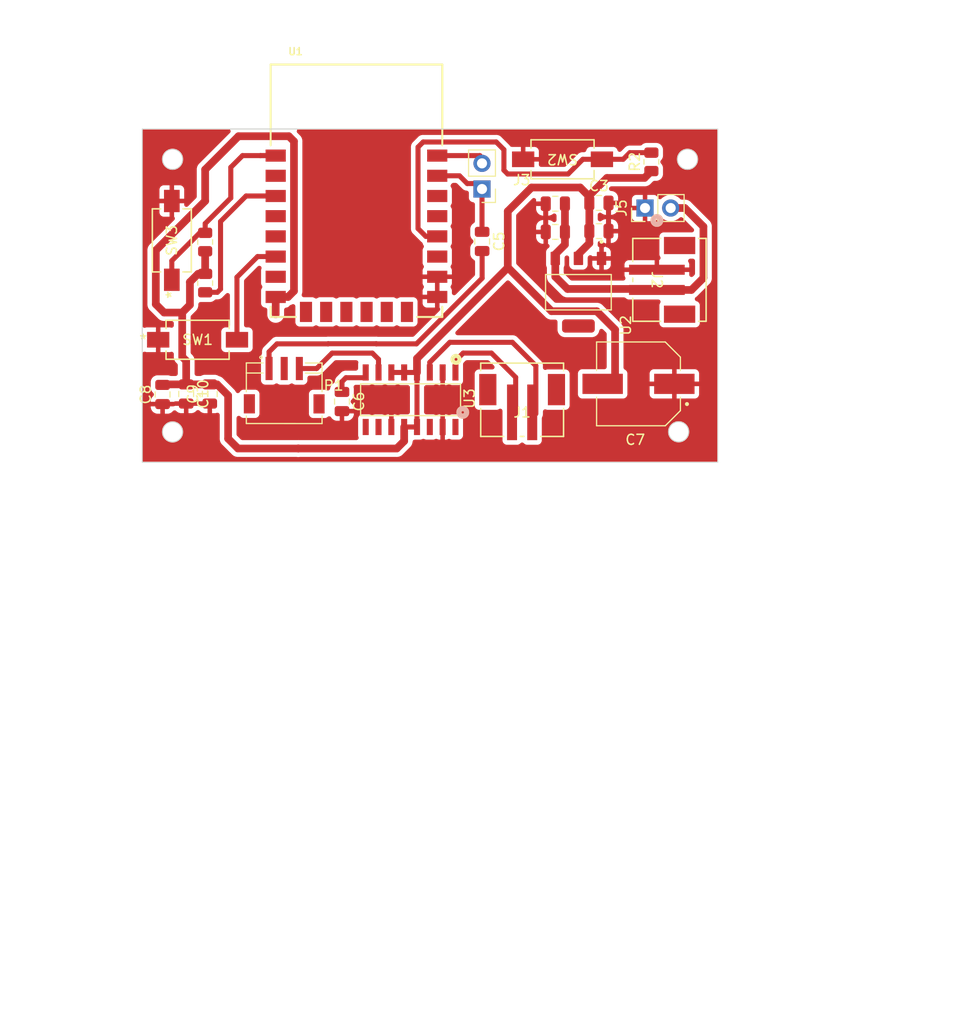
<source format=kicad_pcb>
(kicad_pcb (version 20221018) (generator pcbnew)
  (layers (0 "F.Cu" signal) (31 "B.Cu" signal) (34 "B.Paste" user) (35 "F.Paste" user) (36 "B.SilkS" user "B.Silkscreen") (37 "F.SilkS" user "F.Silkscreen") (38 "B.Mask" user) (39 "F.Mask" user) (44 "Edge.Cuts" user))
  (net 0 "")
  (net 1 "GND")
  (net 2 "VCC")
  (net 3 "/INL")
  (net 4 "Net-(J3-Pin_2)")
  (net 5 "/boot")
  (net 6 "Net-(U1-EN)")
  (net 14 "/VIN")
  (net 15 "Net-(C5-Pad2)")
  (net 16 "/RST")
  (net 17 "Net-(U3-VREF)")
  (net 18 "Net-(U3-+OUT_L)")
  (net 19 "Net-(U3--OUT_L)")
  (net 20 "Net-(U3-INL)")
  (net 25 "unconnected-(U1-GPIO4-Pad19)")
  (net 30 "Net-(U1-GPIO12)")
  (footprint "esp_lib:PAM8403" (layer "F.Cu") (at 66.5734 51.811203 -90)
    (fp_text reference "U3" (at -0.12511 -5.83978 90) (layer "F.SilkS") (effects (font (size 1.000819 1.000819))))
    (fp_text value "PAM8403DR" hide)
    (fp_line (start -1.575 -4.95) (end -1.575 4.95) (stroke (width 0.127)) (layer "F.SilkS"))
    (fp_line (start -1.575 4.95) (end 1.575 4.95) (stroke (width 0.127)) (layer "F.SilkS"))
    (fp_line (start 1.575 -4.95) (end -1.575 -4.95) (stroke (width 0.127)) (layer "F.SilkS"))
    (fp_line (start 1.575 4.95) (end 1.575 -4.95) (stroke (width 0.127)) (layer "F.SilkS"))
    (fp_circle (center -4 -4.5) (end -3.858581 -4.5) (stroke (width 0.4064)) (fill none) (layer "F.SilkS"))
    (pad "1" smd rect (at -2.7 -4.445 270) (size 1.6 0.6) (layers "F.Cu" "F.Paste" "F.Mask") (net 18 "Net-(U3-+OUT_L)"))
    (pad "2" smd rect (at -2.7 -3.175 270) (size 1.6 0.6) (layers "F.Cu" "F.Paste" "F.Mask") (net 1 "GND"))
    (pad "3" smd rect (at -2.7 -1.905 270) (size 1.6 0.6) (layers "F.Cu" "F.Paste" "F.Mask") (net 19 "Net-(U3--OUT_L)"))
    (pad "4" smd rect (at -2.7 -0.635 270) (size 1.6 0.6) (layers "F.Cu" "F.Paste" "F.Mask") (net 2 "VCC"))
    (pad "5" smd rect (at -2.7 0.635 270) (size 1.6 0.6) (layers "F.Cu" "F.Paste" "F.Mask") (net 2 "VCC"))
    (pad "6" smd rect (at -2.7 1.905 270) (size 1.6 0.6) (layers "F.Cu" "F.Paste" "F.Mask") (net 2 "VCC"))
    (pad "7" smd rect (at -2.7 3.175 270) (size 1.6 0.6) (layers "F.Cu" "F.Paste" "F.Mask") (net 20 "Net-(U3-INL)"))
    (pad "8" smd rect (at -2.7 4.445 270) (size 1.6 0.6) (layers "F.Cu" "F.Paste" "F.Mask") (net 17 "Net-(U3-VREF)"))
    (pad "9" smd rect (at 2.7 4.445 270) (size 1.6 0.6) (layers "F.Cu" "F.Paste" "F.Mask"))
    (pad "10" smd rect (at 2.7 3.175 270) (size 1.6 0.6) (layers "F.Cu" "F.Paste" "F.Mask"))
    (pad "11" smd rect (at 2.7 1.905 270) (size 1.6 0.6) (layers "F.Cu" "F.Paste" "F.Mask") (net 1 "GND"))
    (pad "12" smd rect (at 2.7 0.635 270) (size 1.6 0.6) (layers "F.Cu" "F.Paste" "F.Mask") (net 2 "VCC"))
    (pad "13" smd rect (at 2.7 -0.635 270) (size 1.6 0.6) (layers "F.Cu" "F.Paste" "F.Mask") (net 2 "VCC"))
    (pad "14" smd rect (at 2.7 -1.905 270) (size 1.6 0.6) (layers "F.Cu" "F.Paste" "F.Mask"))
    (pad "15" smd rect (at 2.7 -3.175 270) (size 1.6 0.6) (layers "F.Cu" "F.Paste" "F.Mask") (net 1 "GND"))
    (pad "16" smd rect (at 2.7 -4.445 270) (size 1.6 0.6) (layers "F.Cu" "F.Paste" "F.Mask"))
  )
  (footprint "Capacitor_SMD:C_0805_2012Metric" (layer "F.Cu") (at 80.9098 32.4015)
    (fp_text reference "C2" hide)
    (fp_text value "10u")
    (fp_line (start -0.261252 -0.735) (end 0.261252 -0.735) (stroke (width 0.12)) (layer "F.SilkS"))
    (fp_line (start -0.261252 0.735) (end 0.261252 0.735) (stroke (width 0.12)) (layer "F.SilkS"))
    (pad "1" smd roundrect (at -0.95 0) (size 1 1.45) (layers "F.Cu" "F.Paste" "F.Mask") (net 1 "GND"))
    (pad "2" smd roundrect (at 0.95 0) (size 1 1.45) (layers "F.Cu" "F.Paste" "F.Mask") (net 14 "/VIN"))
  )
  (footprint "esp_lib:B2B-PH-SM4-TBLFSN_JST" (layer "F.Cu") (at 77.6224 51.816)
    (fp_text reference "J1" (at 0 1.244801 unlocked) (layer "F.SilkS"))
    (fp_text value "B2B-PH-SM4-TBLFSN")
    (fp_circle (center -5.8801 1.244801) (end -5.4991 1.244801) (stroke (width 0.508)) (fill none) (layer "B.SilkS"))
    (fp_line (start -4.1021 -3.6322) (end -4.1021 -2.88734) (stroke (width 0.1524)) (layer "F.SilkS"))
    (fp_line (start -4.1021 0.87694) (end -4.1021 3.6322) (stroke (width 0.1524)) (layer "F.SilkS"))
    (fp_line (start -4.1021 3.6322) (end -1.828041 3.6322) (stroke (width 0.1524)) (layer "F.SilkS"))
    (fp_line (start -0.171961 3.6322) (end 0.171961 3.6322) (stroke (width 0.1524)) (layer "F.SilkS"))
    (fp_line (start 1.828041 3.6322) (end 4.1021 3.6322) (stroke (width 0.1524)) (layer "F.SilkS"))
    (fp_line (start 4.1021 -3.6322) (end -4.1021 -3.6322) (stroke (width 0.1524)) (layer "F.SilkS"))
    (fp_line (start 4.1021 -2.88734) (end 4.1021 -3.6322) (stroke (width 0.1524)) (layer "F.SilkS"))
    (fp_line (start 4.1021 3.6322) (end 4.1021 0.87694) (stroke (width 0.1524)) (layer "F.SilkS"))
    (fp_circle (center -5.8801 1.244801) (end -5.4991 1.244801) (stroke (width 0.508)) (fill none) (layer "F.SilkS"))
    (pad "1" smd rect (at -1.000001 1.244801) (size 0.9906 5.5118) (layers "F.Cu" "F.Paste" "F.Mask") (net 18 "Net-(U3-+OUT_L)"))
    (pad "2" smd rect (at 1.000001 1.244801) (size 0.9906 5.5118) (layers "F.Cu" "F.Paste" "F.Mask") (net 19 "Net-(U3--OUT_L)"))
    (pad "3" smd rect (at -3.399998 -1.0052 90) (size 3.0988 1.7018) (layers "F.Cu" "F.Paste" "F.Mask"))
    (pad "4" smd rect (at 3.399998 -1.0052 90) (size 3.0988 1.7018) (layers "F.Cu" "F.Paste" "F.Mask"))
  )
  (footprint "esp_lib:ESP-12F" (layer "F.Cu") (at 61.214 31.115)
    (fp_text reference "U1" (at -6.03654 -13.788698) (layer "F.SilkS") (effects (font (size 0.700469 0.700469))))
    (fp_text value "ESP-12F")
    (fp_line (start -8.5 -12.5) (end -8.5 -4.5) (stroke (width 0.2)) (layer "F.SilkS"))
    (fp_line (start -8.5 -12.5) (end 8.5 -12.5) (stroke (width 0.2)) (layer "F.SilkS"))
    (fp_line (start -8.5 11.5) (end -8.5 12.5) (stroke (width 0.2)) (layer "F.SilkS"))
    (fp_line (start -8.5 12.5) (end -6 12.5) (stroke (width 0.2)) (layer "F.SilkS"))
    (fp_line (start 8.5 -12.5) (end 8.5 -4.5) (stroke (width 0.2)) (layer "F.SilkS"))
    (fp_line (start 8.5 12.5) (end 6 12.5) (stroke (width 0.2)) (layer "F.SilkS"))
    (fp_line (start 8.5 12.5) (end 8.5 11.5) (stroke (width 0.2)) (layer "F.SilkS"))
    (pad "1" smd rect (at -8 -3.48) (size 2 1.2) (layers "F.Cu" "F.Paste" "F.Mask") (net 16 "/RST"))
    (pad "2" smd rect (at -8 -1.48) (size 2 1.2) (layers "F.Cu" "F.Paste" "F.Mask"))
    (pad "3" smd rect (at -8 0.52) (size 2 1.2) (layers "F.Cu" "F.Paste" "F.Mask") (net 6 "Net-(U1-EN)"))
    (pad "4" smd rect (at -8 2.52) (size 2 1.2) (layers "F.Cu" "F.Paste" "F.Mask"))
    (pad "5" smd rect (at -8 4.52) (size 2 1.2) (layers "F.Cu" "F.Paste" "F.Mask"))
    (pad "6" smd rect (at -8 6.52) (size 2 1.2) (layers "F.Cu" "F.Paste" "F.Mask") (net 30 "Net-(U1-GPIO12)"))
    (pad "7" smd rect (at -8 8.52) (size 2 1.2) (layers "F.Cu" "F.Paste" "F.Mask"))
    (pad "8" smd rect (at -8 10.52) (size 2 1.2) (layers "F.Cu" "F.Paste" "F.Mask") (net 2 "VCC"))
    (pad "9" smd rect (at -5 12 90) (size 2 1.2) (layers "F.Cu" "F.Paste" "F.Mask"))
    (pad "10" smd rect (at -3 12 90) (size 2 1.2) (layers "F.Cu" "F.Paste" "F.Mask"))
    (pad "11" smd rect (at -1 12 90) (size 2 1.2) (layers "F.Cu" "F.Paste" "F.Mask"))
    (pad "12" smd rect (at 1 12 90) (size 2 1.2) (layers "F.Cu" "F.Paste" "F.Mask"))
    (pad "13" smd rect (at 3 12 90) (size 2 1.2) (layers "F.Cu" "F.Paste" "F.Mask"))
    (pad "14" smd rect (at 5 12 90) (size 2 1.2) (layers "F.Cu" "F.Paste" "F.Mask"))
    (pad "15" smd rect (at 8 10.52) (size 2 1.2) (layers "F.Cu" "F.Paste" "F.Mask") (net 1 "GND"))
    (pad "16" smd rect (at 8 8.52) (size 2 1.2) (layers "F.Cu" "F.Paste" "F.Mask") (net 1 "GND"))
    (pad "17" smd rect (at 8 6.52) (size 2 1.2) (layers "F.Cu" "F.Paste" "F.Mask"))
    (pad "18" smd rect (at 8 4.52) (size 2 1.2) (layers "F.Cu" "F.Paste" "F.Mask") (net 5 "/boot"))
    (pad "19" smd rect (at 8 2.52) (size 2 1.2) (layers "F.Cu" "F.Paste" "F.Mask") (net 25 "unconnected-(U1-GPIO4-Pad19)"))
    (pad "20" smd rect (at 8 0.52) (size 2 1.2) (layers "F.Cu" "F.Paste" "F.Mask"))
    (pad "21" smd rect (at 8 -1.48) (size 2 1.2) (layers "F.Cu" "F.Paste" "F.Mask") (net 3 "/INL"))
    (pad "22" smd rect (at 8 -3.48) (size 2 1.2) (layers "F.Cu" "F.Paste" "F.Mask") (net 4 "Net-(J3-Pin_2)"))
  )
  (footprint "esp_lib:RS-282G05A3-SM RT_CNK" (layer "F.Cu") (at 42.926 36.031698 90)
    (fp_text reference "SW3" (at 0 0 90 unlocked) (layer "F.SilkS"))
    (fp_text value "RS-282G05A3-SM RT")
    (fp_text user "*" (at -5.3866 0 90 unlocked) (layer "F.SilkS"))
    (fp_text user "*" (at -5.3866 0 90) (layer "F.SilkS"))
    (fp_line (start -3.1242 -1.9304) (end -3.1242 -1.10744) (stroke (width 0.1524)) (layer "F.SilkS"))
    (fp_line (start -3.1242 1.10744) (end -3.1242 1.9304) (stroke (width 0.1524)) (layer "F.SilkS"))
    (fp_line (start -3.1242 1.9304) (end 3.1242 1.9304) (stroke (width 0.1524)) (layer "F.SilkS"))
    (fp_line (start 3.1242 -1.9304) (end -3.1242 -1.9304) (stroke (width 0.1524)) (layer "F.SilkS"))
    (fp_line (start 3.1242 -1.10744) (end 3.1242 -1.9304) (stroke (width 0.1524)) (layer "F.SilkS"))
    (fp_line (start 3.1242 1.9304) (end 3.1242 1.10744) (stroke (width 0.1524)) (layer "F.SilkS"))
    (pad "1" smd rect (at -3.900698 0 90) (size 2.2098 1.5494) (layers "F.Cu" "F.Paste" "F.Mask") (net 16 "/RST"))
    (pad "2" smd rect (at 3.900698 0 90) (size 2.2098 1.5494) (layers "F.Cu" "F.Paste" "F.Mask") (net 1 "GND"))
  )
  (footprint "Capacitor_SMD:C_0805_2012Metric" (layer "F.Cu") (at 59.779203 51.991603 -90)
    (fp_text reference "C6" (at 0 -1.68 90) (layer "F.SilkS"))
    (fp_text value "0.1u")
    (fp_line (start -0.261252 -0.735) (end 0.261252 -0.735) (stroke (width 0.12)) (layer "F.SilkS"))
    (fp_line (start -0.261252 0.735) (end 0.261252 0.735) (stroke (width 0.12)) (layer "F.SilkS"))
    (pad "1" smd roundrect (at -0.95 0 270) (size 1 1.45) (layers "F.Cu" "F.Paste" "F.Mask") (net 17 "Net-(U3-VREF)"))
    (pad "2" smd roundrect (at 0.95 0 270) (size 1 1.45) (layers "F.Cu" "F.Paste" "F.Mask") (net 1 "GND"))
  )
  (footprint "Resistor_SMD:R_0805_2012Metric" (layer "F.Cu") (at 90.424 28.256 90)
    (fp_text reference "R2" (at 0 -1.65 90) (layer "F.SilkS"))
    (fp_text value "R")
    (fp_line (start -0.227064 -0.735) (end 0.227064 -0.735) (stroke (width 0.12)) (layer "F.SilkS"))
    (fp_line (start -0.227064 0.735) (end 0.227064 0.735) (stroke (width 0.12)) (layer "F.SilkS"))
    (pad "1" smd roundrect (at -0.9125 0 90) (size 1.025 1.4) (layers "F.Cu" "F.Paste" "F.Mask") (roundrect_rratio 0.243902439) (net 2 "VCC"))
    (pad "2" smd roundrect (at 0.9125 0 90) (size 1.025 1.4) (layers "F.Cu" "F.Paste" "F.Mask") (roundrect_rratio 0.243902439) (net 5 "/boot"))
  )
  (footprint "Connector_PinHeader_2.54mm:PinHeader_1x02_P2.54mm_Vertical" (layer "F.Cu") (at 89.7948 32.828 90)
    (fp_text reference "J5" (at 0 -2.33 90) (layer "F.SilkS"))
    (fp_text value "Conn_01x02_Pin")
    (fp_line (start -1.33 -1.33) (end 0 -1.33) (stroke (width 0.12)) (layer "F.SilkS"))
    (fp_line (start -1.33 0) (end -1.33 -1.33) (stroke (width 0.12)) (layer "F.SilkS"))
    (fp_line (start -1.33 1.27) (end -1.33 3.87) (stroke (width 0.12)) (layer "F.SilkS"))
    (fp_line (start -1.33 1.27) (end 1.33 1.27) (stroke (width 0.12)) (layer "F.SilkS"))
    (fp_line (start -1.33 3.87) (end 1.33 3.87) (stroke (width 0.12)) (layer "F.SilkS"))
    (fp_line (start 1.33 1.27) (end 1.33 3.87) (stroke (width 0.12)) (layer "F.SilkS"))
    (pad "1" thru_hole rect (at 0 0 90) (size 1.7 1.7) (drill 1) (layers "*.Cu" "*.Mask") (net 1 "GND"))
    (pad "2" thru_hole oval (at 0 2.54 90) (size 1.7 1.7) (drill 1) (layers "*.Cu" "*.Mask") (net 14 "/VIN"))
  )
  (footprint "Resistor_SMD:R_0805_2012Metric" (layer "F.Cu") (at 46.228 36.195 -90)
    (fp_text reference "R1" hide)
    (fp_text value "R" hide)
    (fp_line (start -0.227064 -0.735) (end 0.227064 -0.735) (stroke (width 0.12)) (layer "F.SilkS"))
    (fp_line (start -0.227064 0.735) (end 0.227064 0.735) (stroke (width 0.12)) (layer "F.SilkS"))
    (pad "1" smd roundrect (at -0.9125 0 270) (size 1.025 1.4) (layers "F.Cu" "F.Paste" "F.Mask") (roundrect_rratio 0.243902439) (net 16 "/RST"))
    (pad "2" smd roundrect (at 0.9125 0 270) (size 1.025 1.4) (layers "F.Cu" "F.Paste" "F.Mask") (roundrect_rratio 0.243902439) (net 2 "VCC"))
  )
  (footprint "Capacitor_SMD:C_0805_2012Metric" (layer "F.Cu") (at 73.66 36.134 -90)
    (fp_text reference "C5" (at 0 -1.68 90) (layer "F.SilkS"))
    (fp_text value "0.47u")
    (fp_line (start -0.261252 -0.735) (end 0.261252 -0.735) (stroke (width 0.12)) (layer "F.SilkS"))
    (fp_line (start -0.261252 0.735) (end 0.261252 0.735) (stroke (width 0.12)) (layer "F.SilkS"))
    (pad "1" smd roundrect (at -0.95 0 270) (size 1 1.45) (layers "F.Cu" "F.Paste" "F.Mask") (net 3 "/INL"))
    (pad "2" smd roundrect (at 0.95 0 270) (size 1 1.45) (layers "F.Cu" "F.Paste" "F.Mask") (net 15 "Net-(C5-Pad2)"))
  )
  (footprint "Capacitor_SMD:C_0805_2012Metric" (layer "F.Cu") (at 85.2278 32.32)
    (fp_text reference "C3" (at 0 -1.68) (layer "F.SilkS"))
    (fp_text value "0.1u")
    (fp_line (start -0.261252 -0.735) (end 0.261252 -0.735) (stroke (width 0.12)) (layer "F.SilkS"))
    (fp_line (start -0.261252 0.735) (end 0.261252 0.735) (stroke (width 0.12)) (layer "F.SilkS"))
    (pad "1" smd roundrect (at -0.95 0) (size 1 1.45) (layers "F.Cu" "F.Paste" "F.Mask") (net 2 "VCC"))
    (pad "2" smd roundrect (at 0.95 0) (size 1 1.45) (layers "F.Cu" "F.Paste" "F.Mask") (net 1 "GND"))
  )
  (footprint "esp_lib:SOT229P700X180-4N" (layer "F.Cu") (at 83.1958 41.1645 -90)
    (fp_text reference "U2" (at 3.2755 -4.695 90) (layer "F.SilkS"))
    (fp_text value "AMS1117-3.3" hide)
    (fp_line (start -1.7525 -3.2525) (end 1.7525 -3.2525) (stroke (width 0.127)) (layer "F.SilkS"))
    (fp_line (start -1.7525 3.2525) (end -1.7525 -3.2525) (stroke (width 0.127)) (layer "F.SilkS"))
    (fp_line (start 1.7525 -3.2525) (end 1.7525 3.2525) (stroke (width 0.127)) (layer "F.SilkS"))
    (fp_line (start 1.7525 3.2525) (end -1.7525 3.2525) (stroke (width 0.127)) (layer "F.SilkS"))
    (fp_circle (center -5 -2.29) (end -4.9 -2.29) (stroke (width 0.2)) (fill none) (layer "F.SilkS"))
    (pad "1" smd roundrect (at -3.345 -2.29 270) (size 1.31 0.93) (layers "F.Cu" "F.Paste" "F.Mask") (roundrect_rratio 0.07) (net 1 "GND"))
    (pad "2" smd roundrect (at -3.345 0 270) (size 1.31 0.93) (layers "F.Cu" "F.Paste" "F.Mask") (roundrect_rratio 0.07) (net 2 "VCC"))
    (pad "3" smd roundrect (at -3.345 2.29 270) (size 1.31 0.93) (layers "F.Cu" "F.Paste" "F.Mask") (roundrect_rratio 0.07) (net 14 "/VIN"))
    (pad "4" smd roundrect (at 3.345 0 270) (size 1.31 3.24) (layers "F.Cu" "F.Paste" "F.Mask") (roundrect_rratio 0.24))
  )
  (footprint "esp_lib:RS-282G05A3-SM RT_CNK" (layer "F.Cu") (at 45.476902 45.8724)
    (fp_text reference "SW1" (at 0 0 unlocked) (layer "F.SilkS"))
    (fp_text value "RS-282G05A3-SM RT")
    (fp_text user "*" (at -5.3866 0) (layer "F.SilkS"))
    (fp_text user "*" (at -5.3866 0 unlocked) (layer "F.SilkS"))
    (fp_line (start -3.1242 -1.9304) (end -3.1242 -1.10744) (stroke (width 0.1524)) (layer "F.SilkS"))
    (fp_line (start -3.1242 1.10744) (end -3.1242 1.9304) (stroke (width 0.1524)) (layer "F.SilkS"))
    (fp_line (start -3.1242 1.9304) (end 3.1242 1.9304) (stroke (width 0.1524)) (layer "F.SilkS"))
    (fp_line (start 3.1242 -1.9304) (end -3.1242 -1.9304) (stroke (width 0.1524)) (layer "F.SilkS"))
    (fp_line (start 3.1242 -1.10744) (end 3.1242 -1.9304) (stroke (width 0.1524)) (layer "F.SilkS"))
    (fp_line (start 3.1242 1.9304) (end 3.1242 1.10744) (stroke (width 0.1524)) (layer "F.SilkS"))
    (pad "1" smd rect (at -3.900698 0) (size 2.2098 1.5494) (layers "F.Cu" "F.Paste" "F.Mask") (net 1 "GND"))
    (pad "2" smd rect (at 3.900698 0) (size 2.2098 1.5494) (layers "F.Cu" "F.Paste" "F.Mask") (net 30 "Net-(U1-GPIO12)"))
  )
  (footprint "esp_lib:JST_S3B-ZR-SM4A-TF" (layer "F.Cu") (at 54.8056 48.7224 180)
    (fp_text reference "P1" (at -4.141805 -1.677755) (layer "F.SilkS") (effects (font (size 1.001646 1.001646))))
    (fp_text value "S3B-ZR-SM4A-TF")
    (fp_line (start -3 -5.45) (end 4.4986 -5.44492) (stroke (width 0.127)) (layer "F.SilkS"))
    (fp_line (start -3 -4.7) (end -3 -5.45) (stroke (width 0.127)) (layer "F.SilkS"))
    (fp_line (start -3 -0.45) (end -3 -2.3) (stroke (width 0.127)) (layer "F.SilkS"))
    (fp_line (start -3 -0.45) (end -1.35 -0.45) (stroke (width 0.127)) (layer "F.SilkS"))
    (fp_line (start -3 0.55) (end -3 -0.45) (stroke (width 0.127)) (layer "F.SilkS"))
    (fp_line (start -1.35 0.55) (end -3 0.55) (stroke (width 0.127)) (layer "F.SilkS"))
    (fp_line (start 2.8486 -0.444922) (end 4.4986 -0.444922) (stroke (width 0.127)) (layer "F.SilkS"))
    (fp_line (start 4.4986 -5.44492) (end 4.4986 -4.69492) (stroke (width 0.127)) (layer "F.SilkS"))
    (fp_line (start 4.4986 -2.29492) (end 4.4986 -0.444922) (stroke (width 0.127)) (layer "F.SilkS"))
    (fp_line (start 4.4986 -0.444922) (end 4.4986 0.555078) (stroke (width 0.127)) (layer "F.SilkS"))
    (fp_line (start 4.4986 0.555078) (end 2.8486 0.555078) (stroke (width 0.127)) (layer "F.SilkS"))
    (fp_circle (center 3.0486 1.10508) (end 3.1756 1.10508) (stroke (width 0.1)) (fill none) (layer "F.SilkS"))
    (pad "1" smd rect (at 2.2486 0.005078 180) (size 0.7 2.3) (layers "F.Cu" "F.Paste" "F.Mask") (net 15 "Net-(C5-Pad2)"))
    (pad "2" smd rect (at 0.75 0 180) (size 0.7 2.3) (layers "F.Cu" "F.Paste" "F.Mask"))
    (pad "3" smd rect (at -0.75 0 180) (size 0.7 2.3) (layers "F.Cu" "F.Paste" "F.Mask") (net 20 "Net-(U3-INL)"))
    (pad "P1" smd rect (at 4.1986 -3.49492 180) (size 1.1 1.9) (layers "F.Cu" "F.Paste" "F.Mask"))
    (pad "P2" smd rect (at -2.7 -3.5 180) (size 1.1 1.9) (layers "F.Cu" "F.Paste" "F.Mask"))
  )
  (footprint "Capacitor_SMD:C_0805_2012Metric" (layer "F.Cu") (at 46.6852 51.242 90)
    (fp_text reference "C9" (at 0 -1.68 90) (layer "F.SilkS"))
    (fp_text value "1u")
    (fp_line (start -0.261252 -0.735) (end 0.261252 -0.735) (stroke (width 0.12)) (layer "F.SilkS"))
    (fp_line (start -0.261252 0.735) (end 0.261252 0.735) (stroke (width 0.12)) (layer "F.SilkS"))
    (pad "1" smd roundrect (at -0.95 0 90) (size 1 1.45) (layers "F.Cu" "F.Paste" "F.Mask") (net 1 "GND"))
    (pad "2" smd roundrect (at 0.95 0 90) (size 1 1.45) (layers "F.Cu" "F.Paste" "F.Mask") (net 2 "VCC"))
  )
  (footprint "Capacitor_SMD:C_0805_2012Metric" (layer "F.Cu") (at 42.0116 51.2928 90)
    (fp_text reference "C8" (at 0 -1.68 90) (layer "F.SilkS"))
    (fp_text value "1u")
    (fp_line (start -0.261252 -0.735) (end 0.261252 -0.735) (stroke (width 0.12)) (layer "F.SilkS"))
    (fp_line (start -0.261252 0.735) (end 0.261252 0.735) (stroke (width 0.12)) (layer "F.SilkS"))
    (pad "1" smd roundrect (at -0.95 0 90) (size 1 1.45) (layers "F.Cu" "F.Paste" "F.Mask") (net 1 "GND"))
    (pad "2" smd roundrect (at 0.95 0 90) (size 1 1.45) (layers "F.Cu" "F.Paste" "F.Mask") (net 2 "VCC"))
  )
  (footprint "Capacitor_SMD:C_0805_2012Metric" (layer "F.Cu") (at 44.3484 51.242 -90)
    (fp_text reference "C10" (at 0 -1.68 90) (layer "F.SilkS"))
    (fp_text value "1u")
    (fp_line (start -0.261252 -0.735) (end 0.261252 -0.735) (stroke (width 0.12)) (layer "F.SilkS"))
    (fp_line (start -0.261252 0.735) (end 0.261252 0.735) (stroke (width 0.12)) (layer "F.SilkS"))
    (pad "1" smd roundrect (at -0.95 0 270) (size 1 1.45) (layers "F.Cu" "F.Paste" "F.Mask") (net 2 "VCC"))
    (pad "2" smd roundrect (at 0.95 0 270) (size 1 1.45) (layers "F.Cu" "F.Paste" "F.Mask") (net 1 "GND"))
  )
  (footprint "Capacitor_SMD:C_0805_2012Metric" (layer "F.Cu") (at 85.2278 35.114)
    (fp_text reference "C4" hide)
    (fp_text value "10u")
    (fp_line (start -0.261252 -0.735) (end 0.261252 -0.735) (stroke (width 0.12)) (layer "F.SilkS"))
    (fp_line (start -0.261252 0.735) (end 0.261252 0.735) (stroke (width 0.12)) (layer "F.SilkS"))
    (pad "1" smd roundrect (at -0.95 0) (size 1 1.45) (layers "F.Cu" "F.Paste" "F.Mask") (net 2 "VCC"))
    (pad "2" smd roundrect (at 0.95 0) (size 1 1.45) (layers "F.Cu" "F.Paste" "F.Mask") (net 1 "GND"))
  )
  (footprint "esp_lib:B2B-PH-SM4-TBLFSN_JST" (layer "F.Cu") (at 92.2128 39.94 -90)
    (fp_text reference "J2" (at 0 1.244801 -90 unlocked) (layer "F.SilkS"))
    (fp_text value "B2B-PH-SM4-TBLFSN")
    (fp_circle (center -5.8801 1.244801) (end -5.4991 1.244801) (stroke (width 0.508)) (fill none) (layer "B.SilkS"))
    (fp_line (start -4.1021 -3.6322) (end -4.1021 -2.88734) (stroke (width 0.1524)) (layer "F.SilkS"))
    (fp_line (start -4.1021 0.87694) (end -4.1021 3.6322) (stroke (width 0.1524)) (layer "F.SilkS"))
    (fp_line (start -4.1021 3.6322) (end -1.828041 3.6322) (stroke (width 0.1524)) (layer "F.SilkS"))
    (fp_line (start -0.171961 3.6322) (end 0.171961 3.6322) (stroke (width 0.1524)) (layer "F.SilkS"))
    (fp_line (start 1.828041 3.6322) (end 4.1021 3.6322) (stroke (width 0.1524)) (layer "F.SilkS"))
    (fp_line (start 4.1021 -3.6322) (end -4.1021 -3.6322) (stroke (width 0.1524)) (layer "F.SilkS"))
    (fp_line (start 4.1021 -2.88734) (end 4.1021 -3.6322) (stroke (width 0.1524)) (layer "F.SilkS"))
    (fp_line (start 4.1021 3.6322) (end 4.1021 0.87694) (stroke (width 0.1524)) (layer "F.SilkS"))
    (fp_circle (center -5.8801 1.244801) (end -5.4991 1.244801) (stroke (width 0.508)) (fill none) (layer "F.SilkS"))
    (pad "1" smd rect (at -1.000001 1.244801 270) (size 0.9906 5.5118) (layers "F.Cu" "F.Paste" "F.Mask") (net 1 "GND"))
    (pad "2" smd rect (at 1.000001 1.244801 270) (size 0.9906 5.5118) (layers "F.Cu" "F.Paste" "F.Mask") (net 14 "/VIN"))
    (pad "3" smd rect (at -3.399998 -1.0052) (size 3.0988 1.7018) (layers "F.Cu" "F.Paste" "F.Mask"))
    (pad "4" smd rect (at 3.399998 -1.0052) (size 3.0988 1.7018) (layers "F.Cu" "F.Paste" "F.Mask"))
  )
  (footprint "Capacitor_SMD:C_0805_2012Metric" (layer "F.Cu") (at 80.9098 35.1955)
    (fp_text reference "C1" hide)
    (fp_text value "0.1u")
    (fp_line (start -0.261252 -0.735) (end 0.261252 -0.735) (stroke (width 0.12)) (layer "F.SilkS"))
    (fp_line (start -0.261252 0.735) (end 0.261252 0.735) (stroke (width 0.12)) (layer "F.SilkS"))
    (pad "1" smd roundrect (at -0.95 0) (size 1 1.45) (layers "F.Cu" "F.Paste" "F.Mask") (net 1 "GND"))
    (pad "2" smd roundrect (at 0.95 0) (size 1 1.45) (layers "F.Cu" "F.Paste" "F.Mask") (net 14 "/VIN"))
  )
  (footprint "Resistor_SMD:R_0805_2012Metric" (layer "F.Cu") (at 46.228 40.259 90)
    (fp_text reference "R4" hide)
    (fp_text value "R" hide)
    (fp_line (start -0.227064 -0.735) (end 0.227064 -0.735) (stroke (width 0.12)) (layer "F.SilkS"))
    (fp_line (start -0.227064 0.735) (end 0.227064 0.735) (stroke (width 0.12)) (layer "F.SilkS"))
    (pad "1" smd roundrect (at -0.9125 0 90) (size 1.025 1.4) (layers "F.Cu" "F.Paste" "F.Mask") (roundrect_rratio 0.243902439) (net 6 "Net-(U1-EN)"))
    (pad "2" smd roundrect (at 0.9125 0 90) (size 1.025 1.4) (layers "F.Cu" "F.Paste" "F.Mask") (roundrect_rratio 0.243902439) (net 2 "VCC"))
  )
  (footprint "esp_lib:RS-282G05A3-SM RT_CNK" (layer "F.Cu") (at 81.624698 28.002 180)
    (fp_text reference "SW2" (at 0 0 180 unlocked) (layer "F.SilkS"))
    (fp_text value "RS-282G05A3-SM RT")
    (fp_line (start -3.1242 -1.9304) (end -3.1242 -1.10744) (stroke (width 0.1524)) (layer "F.SilkS"))
    (fp_line (start -3.1242 1.10744) (end -3.1242 1.9304) (stroke (width 0.1524)) (layer "F.SilkS"))
    (fp_line (start -3.1242 1.9304) (end 3.1242 1.9304) (stroke (width 0.1524)) (layer "F.SilkS"))
    (fp_line (start 3.1242 -1.9304) (end -3.1242 -1.9304) (stroke (width 0.1524)) (layer "F.SilkS"))
    (fp_line (start 3.1242 -1.10744) (end 3.1242 -1.9304) (stroke (width 0.1524)) (layer "F.SilkS"))
    (fp_line (start 3.1242 1.9304) (end 3.1242 1.10744) (stroke (width 0.1524)) (layer "F.SilkS"))
    (pad "1" smd rect (at -3.900698 0 180) (size 2.2098 1.5494) (layers "F.Cu" "F.Paste" "F.Mask") (net 5 "/boot"))
    (pad "2" smd rect (at 3.900698 0 180) (size 2.2098 1.5494) (layers "F.Cu" "F.Paste" "F.Mask") (net 1 "GND"))
  )
  (footprint "Connector_PinHeader_2.54mm:PinHeader_1x02_P2.54mm_Vertical" (layer "F.Cu") (at 73.647968 30.944 180)
    (fp_text reference "J3" (at -3.937 0.889 180) (layer "F.SilkS"))
    (fp_text value "Conn_01x02_Pin" hide)
    (fp_line (start -1.33 -1.33) (end 0 -1.33) (stroke (width 0.12)) (layer "F.SilkS"))
    (fp_line (start -1.33 0) (end -1.33 -1.33) (stroke (width 0.12)) (layer "F.SilkS"))
    (fp_line (start -1.33 1.27) (end -1.33 3.87) (stroke (width 0.12)) (layer "F.SilkS"))
    (fp_line (start -1.33 1.27) (end 1.33 1.27) (stroke (width 0.12)) (layer "F.SilkS"))
    (fp_line (start -1.33 3.87) (end 1.33 3.87) (stroke (width 0.12)) (layer "F.SilkS"))
    (fp_line (start 1.33 1.27) (end 1.33 3.87) (stroke (width 0.12)) (layer "F.SilkS"))
    (pad "1" thru_hole rect (at 0 0 180) (size 1.7 1.7) (drill 1) (layers "*.Cu" "*.Mask") (net 3 "/INL"))
    (pad "2" thru_hole oval (at 0 2.54 180) (size 1.7 1.7) (drill 1) (layers "*.Cu" "*.Mask") (net 4 "Net-(J3-Pin_2)"))
  )
  (footprint "esp_lib:CAP_EEEFP1C471AL" (layer "F.Cu") (at 89.148 50.2412 180)
    (fp_text reference "C7" (at 0.325 -5.535) (layer "F.SilkS"))
    (fp_text value "470u")
    (fp_line (start -4.15 -2.65) (end -4.15 -1.32) (stroke (width 0.127)) (layer "F.SilkS"))
    (fp_line (start -4.15 1.32) (end -4.15 2.65) (stroke (width 0.127)) (layer "F.SilkS"))
    (fp_line (start -4.15 2.65) (end -2.65 4.15) (stroke (width 0.127)) (layer "F.SilkS"))
    (fp_line (start -2.65 -4.15) (end -4.15 -2.65) (stroke (width 0.127)) (layer "F.SilkS"))
    (fp_line (start -2.65 4.15) (end 4.15 4.15) (stroke (width 0.127)) (layer "F.SilkS"))
    (fp_line (start 4.15 -4.15) (end -2.65 -4.15) (stroke (width 0.127)) (layer "F.SilkS"))
    (fp_line (start 4.15 -1.32) (end 4.15 -4.15) (stroke (width 0.127)) (layer "F.SilkS"))
    (fp_line (start 4.15 4.15) (end 4.15 1.32) (stroke (width 0.127)) (layer "F.SilkS"))
    (fp_circle (center -4.8 -2) (end -4.7 -2) (stroke (width 0.2)) (fill none) (layer "F.SilkS"))
    (pad "1" smd rect (at -3.55 0 180) (size 4 2) (layers "F.Cu" "F.Paste" "F.Mask") (net 1 "GND"))
    (pad "2" smd rect (at 3.55 0 180) (size 4 2) (layers "F.Cu" "F.Paste" "F.Mask") (net 2 "VCC"))
  )
  (gr_circle (center 43 28) (end 44 28) (stroke (width 0.1)) (fill none) (layer "Edge.Cuts"))
  (gr_circle (center 93.124003 54.987603) (end 94.124003 54.987603) (stroke (width 0.1)) (fill none) (layer "Edge.Cuts"))
  (gr_circle (center 94 28) (end 95 28) (stroke (width 0.1)) (fill none) (layer "Edge.Cuts"))
  (gr_circle (center 43 55) (end 44 55) (stroke (width 0.1)) (fill none) (layer "Edge.Cuts"))
  (gr_rect (start 40 25) (end 97 58) (stroke (width 0.1)) (fill none) (layer "Edge.Cuts"))
  (segment (start 79.9598 32.4015) (end 79.9598 35.1955) (width 0.5) (layer "F.Cu") (net 1))
  (segment (start 86.1778 32.32) (end 86.1778 35.114) (width 0.5) (layer "F.Cu") (net 1))
  (segment (start 44.717 40.1575) (end 44.717 42.418) (width 0.762) (layer "F.Cu") (net 2))
  (segment (start 46.228 37.3615) (end 46.228 39.0925) (width 0.762) (layer "F.Cu") (net 2))
  (segment (start 49.4792 56.642) (end 55.443 56.642) (width 0.762) (layer "F.Cu") (net 2))
  (segment (start 43.955 43.18) (end 44.717 42.418) (width 0.762) (layer "F.Cu") (net 2))
  (segment (start 47.4102 50.292) (end 48.502 51.3838) (width 0.762) (layer "F.Cu") (net 2))
  (segment (start 86.0278 29.845) (end 89.7475 29.845) (width 0.762) (layer "F.Cu") (net 2))
  (segment (start 65.9384 55.906006) (end 65.9384 54.511203) (width 0.762) (layer "F.Cu") (net 2))
  (segment (start 67.2084 54.511203) (end 65.9384 54.511203) (width 0.5) (layer "F.Cu") (net 2))
  (segment (start 80.5339 43.0435) (end 85.0043 43.0435) (width 0.762) (layer "F.Cu") (net 2))
  (segment (start 46.228 39.3465) (end 45.528 39.3465) (width 0.762) (layer "F.Cu") (net 2))
  (segment (start 65.9384 49.111203) (end 64.6684 49.111203) (width 0.5) (layer "F.Cu") (net 2))
  (segment (start 42.0624 50.292) (end 42.0116 50.3428) (width 0.762) (layer "F.Cu") (net 2))
  (segment (start 84.2778 36.318) (end 84.2778 35.114) (width 0.762) (layer "F.Cu") (net 2))
  (segment (start 42.164 43.18) (end 43.955 43.18) (width 0.762) (layer "F.Cu") (net 2))
  (segment (start 44.3484 50.292) (end 46.6852 50.292) (width 0.762) (layer "F.Cu") (net 2))
  (segment (start 55.443 56.642) (end 55.455997 56.654997) (width 0.762) (layer "F.Cu") (net 2))
  (segment (start 89.7475 29.845) (end 90.424 29.1685) (width 0.762) (layer "F.Cu") (net 2))
  (segment (start 55.455997 56.654997) (end 55.468394 56.6426) (width 0.762) (layer "F.Cu") (net 2))
  (segment (start 46.482 37.1075) (end 46.228 37.3615) (width 0.762) (layer "F.Cu") (net 2))
  (segment (start 53.214 41.635) (end 54.436 41.635) (width 0.762) (layer "F.Cu") (net 2))
  (segment (start 83.1958 37.4) (end 84.2778 36.318) (width 0.762) (layer "F.Cu") (net 2))
  (segment (start 41.3403 42.3563) (end 42.164 43.18) (width 0.762) (layer "F.Cu") (net 2))
  (segment (start 83.1958 37.8195) (end 83.1958 37.4) (width 0.762) (layer "F.Cu") (net 2))
  (segment (start 83.374 30.796) (end 84.2778 31.6998) (width 0.762) (layer "F.Cu") (net 2))
  (segment (start 54.436 41.635) (end 55.025 41.046) (width 0.762) (layer "F.Cu") (net 2))
  (segment (start 85.0043 43.0435) (end 86.8292 44.8684) (width 0.762) (layer "F.Cu") (net 2))
  (segment (start 67.2084 49.111203) (end 67.2084 47.72848) (width 0.762) (layer "F.Cu") (net 2))
  (segment (start 76.22728 38.73688) (end 80.5339 43.0435) (width 0.762) (layer "F.Cu") (net 2))
  (segment (start 78.551 30.796) (end 83.374 30.796) (width 0.762) (layer "F.Cu") (net 2))
  (segment (start 48.502 51.3838) (end 48.502 55.6648) (width 0.762) (layer "F.Cu") (net 2))
  (segment (start 76.2 38.73688) (end 76.22728 38.73688) (width 0.762) (layer "F.Cu") (net 2))
  (segment (start 44.3484 50.292) (end 44.3484 47.9552) (width 0.762) (layer "F.Cu") (net 2))
  (segment (start 76.2 33.147) (end 78.551 30.796) (width 0.762) (layer "F.Cu") (net 2))
  (segment (start 84.2778 32.32) (end 84.2778 31.595) (width 0.762) (layer "F.Cu") (net 2))
  (segment (start 55.468394 56.6426) (end 65.201806 56.6426) (width 0.762) (layer "F.Cu") (net 2))
  (segment (start 46.228 32.131) (end 41.3403 37.0187) (width 0.762) (layer "F.Cu") (net 2))
  (segment (start 84.2778 31.595) (end 86.0278 29.845) (width 0.762) (layer "F.Cu") (net 2))
  (segment (start 45.528 39.3465) (end 44.717 40.1575) (width 0.762) (layer "F.Cu") (net 2))
  (segment (start 46.228 29.018) (end 46.228 32.131) (width 0.762) (layer "F.Cu") (net 2))
  (segment (start 86.8292 44.8684) (end 86.8292 50.038) (width 0.762) (layer "F.Cu") (net 2))
  (segment (start 44.3484 47.9552) (end 43.955 47.5618) (width 0.762) (layer "F.Cu") (net 2))
  (segment (start 55.025 26.224) (end 54.517 25.716) (width 0.762) (layer "F.Cu") (net 2))
  (segment (start 76.2 38.73688) (end 76.2 33.147) (width 0.762) (layer "F.Cu") (net 2))
  (segment (start 46.6852 50.292) (end 47.4102 50.292) (width 0.762) (layer "F.Cu") (net 2))
  (segment (start 54.517 25.716) (end 49.53 25.716) (width 0.762) (layer "F.Cu") (net 2))
  (segment (start 48.502 55.6648) (end 49.4792 56.642) (width 0.762) (layer "F.Cu") (net 2))
  (segment (start 41.3403 37.0187) (end 41.3403 42.3563) (width 0.762) (layer "F.Cu") (net 2))
  (segment (start 55.025 41.046) (end 55.025 26.224) (width 0.762) (layer "F.Cu") (net 2))
  (segment (start 46.228 39.0925) (end 46.482 39.3465) (width 0.762) (layer "F.Cu") (net 2))
  (segment (start 67.2084 49.111203) (end 67.2084 54.511203) (width 0.5) (layer "F.Cu") (net 2))
  (segment (start 49.53 25.716) (end 46.228 29.018) (width 0.762) (layer "F.Cu") (net 2))
  (segment (start 43.955 47.5618) (end 43.955 43.18) (width 0.762) (layer "F.Cu") (net 2))
  (segment (start 67.2084 47.72848) (end 76.2 38.73688) (width 0.762) (layer "F.Cu") (net 2))
  (segment (start 84.2778 32.32) (end 84.2778 35.114) (width 0.762) (layer "F.Cu") (net 2))
  (segment (start 44.3484 50.292) (end 42.0624 50.292) (width 0.762) (layer "F.Cu") (net 2))
  (segment (start 53.214 41.635) (end 53.214 43.3588) (width 0.762) (layer "F.Cu") (net 2))
  (segment (start 84.2778 31.6998) (end 84.2778 32.32) (width 0.762) (layer "F.Cu") (net 2))
  (segment (start 65.201806 56.6426) (end 65.9384 55.906006) (width 0.762) (layer "F.Cu") (net 2))
  (segment (start 65.9384 49.111203) (end 67.2084 49.111203) (width 0.5) (layer "F.Cu") (net 2))
  (segment (start 71.418 29.635) (end 72.187 30.404) (width 0.5) (layer "F.Cu") (net 3))
  (segment (start 72.187 30.404) (end 73.66 30.404) (width 0.5) (layer "F.Cu") (net 3))
  (segment (start 73.647968 35.171968) (end 73.66 35.184) (width 0.5) (layer "F.Cu") (net 3))
  (segment (start 73.647968 30.944) (end 73.647968 35.171968) (width 0.5) (layer "F.Cu") (net 3))
  (segment (start 69.214 29.635) (end 71.418 29.635) (width 0.5) (layer "F.Cu") (net 3))
  (segment (start 69.214 27.635) (end 73.431 27.635) (width 0.5) (layer "F.Cu") (net 4))
  (segment (start 73.431 27.635) (end 73.66 27.864) (width 0.5) (layer "F.Cu") (net 4))
  (segment (start 69.443 27.864) (end 69.214 27.635) (width 0.5) (layer "F.Cu") (net 4))
  (segment (start 75.057 26.289) (end 75.819 27.051) (width 0.5) (layer "F.Cu") (net 5))
  (segment (start 87.63 28.002) (end 88.2885 27.3435) (width 0.5) (layer "F.Cu") (net 5))
  (segment (start 85.525396 28.002) (end 87.63 28.002) (width 0.5) (layer "F.Cu") (net 5))
  (segment (start 82.1763 29.4567) (end 83.631 28.002) (width 0.5) (layer "F.Cu") (net 5))
  (segment (start 75.819 29.083) (end 76.1927 29.4567) (width 0.5) (layer "F.Cu") (net 5))
  (segment (start 88.2885 27.3435) (end 90.424 27.3435) (width 0.5) (layer "F.Cu") (net 5))
  (segment (start 67.31 34.86) (end 67.31 26.797) (width 0.5) (layer "F.Cu") (net 5))
  (segment (start 69.214 35.635) (end 68.085 35.635) (width 0.5) (layer "F.Cu") (net 5))
  (segment (start 67.818 26.289) (end 75.057 26.289) (width 0.5) (layer "F.Cu") (net 5))
  (segment (start 68.085 35.635) (end 67.31 34.86) (width 0.5) (layer "F.Cu") (net 5))
  (segment (start 75.819 27.051) (end 75.819 29.083) (width 0.5) (layer "F.Cu") (net 5))
  (segment (start 83.631 28.002) (end 85.525396 28.002) (width 0.5) (layer "F.Cu") (net 5))
  (segment (start 67.31 26.797) (end 67.818 26.289) (width 0.5) (layer "F.Cu") (net 5))
  (segment (start 76.1927 29.4567) (end 82.1763 29.4567) (width 0.5) (layer "F.Cu") (net 5))
  (segment (start 47.752 40.8555) (end 47.436 41.1715) (width 0.5) (layer "F.Cu") (net 6))
  (segment (start 53.214 31.635) (end 50.28 31.635) (width 0.5) (layer "F.Cu") (net 6))
  (segment (start 50.28 31.635) (end 47.752 34.163) (width 0.5) (layer "F.Cu") (net 6))
  (segment (start 47.436 41.1715) (end 46.228 41.1715) (width 0.5) (layer "F.Cu") (net 6))
  (segment (start 47.752 34.163) (end 47.752 40.8555) (width 0.5) (layer "F.Cu") (net 6))
  (segment (start 93.7368 32.828) (end 92.3348 32.828) (width 0.762) (layer "F.Cu") (net 14))
  (segment (start 82.1182 40.8432) (end 90.871198 40.8432) (width 0.762) (layer "F.Cu") (net 14))
  (segment (start 90.871198 40.8432) (end 90.967999 40.940001) (width 0.762) (layer "F.Cu") (net 14))
  (segment (start 80.9058 39.6308) (end 82.1182 40.8432) (width 0.762) (layer "F.Cu") (net 14))
  (segment (start 94.387799 40.940001) (end 90.967999 40.940001) (width 0.762) (layer "F.Cu") (net 14))
  (segment (start 95.5784 39.7494) (end 95.5784 34.6696) (width 0.762) (layer "F.Cu") (net 14))
  (segment (start 80.9058 37.8195) (end 80.9058 39.6308) (width 0.762) (layer "F.Cu") (net 14))
  (segment (start 81.8598 32.4015) (end 81.8598 35.1955) (width 0.762) (layer "F.Cu") (net 14))
  (segment (start 95.5784 34.6696) (end 93.7368 32.828) (width 0.762) (layer "F.Cu") (net 14))
  (segment (start 80.9058 37.8195) (end 80.9058 37.404) (width 0.762) (layer "F.Cu") (net 14))
  (segment (start 81.8598 36.45) (end 81.8598 35.1955) (width 0.762) (layer "F.Cu") (net 14))
  (segment (start 80.9058 37.404) (end 81.8598 36.45) (width 0.762) (layer "F.Cu") (net 14))
  (segment (start 94.387799 40.940001) (end 95.5784 39.7494) (width 0.762) (layer "F.Cu") (net 14))
  (segment (start 67.1576 46.2788) (end 73.66 39.7764) (width 0.5) (layer "F.Cu") (net 15))
  (segment (start 53.345522 46.2788) (end 58.400787 46.2788) (width 0.5) (layer "F.Cu") (net 15))
  (segment (start 58.400787 46.2788) (end 58.413184 46.266403) (width 0.5) (layer "F.Cu") (net 15))
  (segment (start 52.557 47.067322) (end 53.345522 46.2788) (width 0.5) (layer "F.Cu") (net 15))
  (segment (start 58.413184 46.266403) (end 63.168819 46.266403) (width 0.5) (layer "F.Cu") (net 15))
  (segment (start 63.181216 46.2788) (end 67.1576 46.2788) (width 0.5) (layer "F.Cu") (net 15))
  (segment (start 63.168819 46.266403) (end 63.181216 46.2788) (width 0.5) (layer "F.Cu") (net 15))
  (segment (start 73.66 39.7764) (end 73.66 37.084) (width 0.5) (layer "F.Cu") (net 15))
  (segment (start 52.557 48.717322) (end 52.557 47.067322) (width 0.5) (layer "F.Cu") (net 15))
  (segment (start 46.228 34.371781) (end 46.228 34.544) (width 0.5) (layer "F.Cu") (net 16))
  (segment (start 48.768 28.795634) (end 48.768 31.831781) (width 0.5) (layer "F.Cu") (net 16))
  (segment (start 51.706 27.635) (end 53.214 27.635) (width 0.508) (layer "F.Cu") (net 16))
  (segment (start 45.6925 35.2825) (end 46.228 35.2825) (width 0.5) (layer "F.Cu") (net 16))
  (segment (start 42.926 38.049) (end 45.6925 35.2825) (width 0.5) (layer "F.Cu") (net 16))
  (segment (start 51.706 27.635) (end 49.928634 27.635) (width 0.5) (layer "F.Cu") (net 16))
  (segment (start 42.926 39.932396) (end 42.926 38.049) (width 0.5) (layer "F.Cu") (net 16))
  (segment (start 46.228 34.544) (end 46.228 35.2825) (width 0.5) (layer "F.Cu") (net 16))
  (segment (start 49.928634 27.635) (end 48.768 28.795634) (width 0.5) (layer "F.Cu") (net 16))
  (segment (start 48.768 31.831781) (end 46.228 34.371781) (width 0.5) (layer "F.Cu") (net 16))
  (segment (start 60.173206 49.6316) (end 62.1284 49.6316) (width 0.5) (layer "F.Cu") (net 17))
  (segment (start 59.779203 51.041603) (end 59.779203 50.025603) (width 0.5) (layer "F.Cu") (net 17))
  (segment (start 59.779203 50.025603) (end 60.173206 49.6316) (width 0.5) (layer "F.Cu") (net 17))
  (segment (start 71.0184 47.9552) (end 71.7804 47.1932) (width 0.5) (layer "F.Cu") (net 18))
  (segment (start 76.981601 49.592097) (end 76.981601 53.202401) (width 0.5) (layer "F.Cu") (net 18))
  (segment (start 74.582704 47.1932) (end 76.981601 49.592097) (width 0.5) (layer "F.Cu") (net 18))
  (segment (start 71.0184 49.6316) (end 71.0184 47.9552) (width 0.5) (layer "F.Cu") (net 18))
  (segment (start 71.7804 47.1932) (end 74.582704 47.1932) (width 0.5) (layer "F.Cu") (net 18))
  (segment (start 76.6572 46.1264) (end 70.4596 46.1264) (width 0.5) (layer "F.Cu") (net 19))
  (segment (start 68.4784 48.1076) (end 68.4784 49.111203) (width 0.5) (layer "F.Cu") (net 19))
  (segment (start 78.981603 53.202401) (end 78.981603 48.450803) (width 0.5) (layer "F.Cu") (net 19))
  (segment (start 78.981603 48.450803) (end 76.6572 46.1264) (width 0.5) (layer "F.Cu") (net 19))
  (segment (start 70.4596 46.1264) (end 68.4784 48.1076) (width 0.5) (layer "F.Cu") (net 19))
  (segment (start 63.3984 49.111203) (end 63.3984 47.811203) (width 0.5) (layer "F.Cu") (net 20))
  (segment (start 58.798403 47.196403) (end 57.272406 48.7224) (width 0.5) (layer "F.Cu") (net 20))
  (segment (start 63.3984 47.811203) (end 62.7836 47.196403) (width 0.5) (layer "F.Cu") (net 20))
  (segment (start 57.272406 48.7224) (end 55.5556 48.7224) (width 0.5) (layer "F.Cu") (net 20))
  (segment (start 62.7836 47.196403) (end 58.798403 47.196403) (width 0.5) (layer "F.Cu") (net 20))
  (segment (start 63.3984 48.7172) (end 63.3984 49.6316) (width 0.5) (layer "F.Cu") (net 20))
  (segment (start 69.214 33.635) (end 69.423 33.844) (width 0.5) (layer "F.Cu") (net 25))
  (segment (start 49.3776 45.8724) (end 49.3776 39.6748) (width 0.5) (layer "F.Cu") (net 30))
  (segment (start 51.4174 37.635) (end 53.214 37.635) (width 0.5) (layer "F.Cu") (net 30))
  (segment (start 49.3776 39.6748) (end 51.4174 37.635) (width 0.5) (layer "F.Cu") (net 30))
  (zone (net 1) (net_name "GND") (layer "F.Cu") (connect_pads (clearance 0.45)) (min_thickness 0.45) (fill yes (thermal_gap 0.45) (thermal_bridge_width 0.45))
    (polygon (pts (xy 26.035 18.415) (xy 120.396 18.415) (xy 120.396 113.665) (xy 25.908 113.665)))
  )
  (zone (net 0) (net_name "") (layer "F.Cu") (connect_pads (clearance 0)) (min_thickness 0.25)
    (keepout (tracks not_allowed) (vias not_allowed) (pads not_allowed) (copperpour not_allowed) (footprints not_allowed))
    (fill (thermal_gap 0.5) (thermal_bridge_width 0.5))
    (polygon (pts (xy 46.482 16.891) (xy 76.32282 16.891) (xy 76.327 24.892) (xy 46.482 24.892)))
  )
)
</source>
